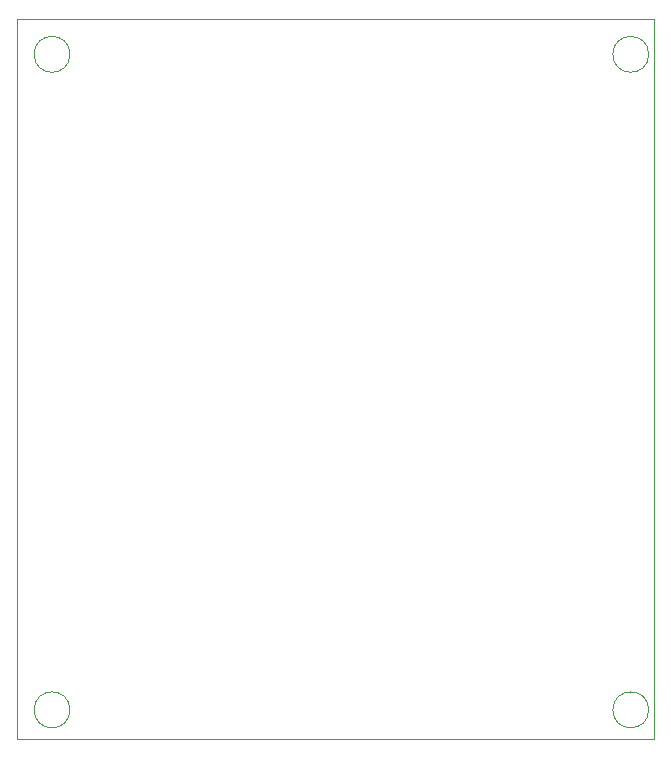
<source format=gbr>
%TF.GenerationSoftware,KiCad,Pcbnew,7.0.2*%
%TF.CreationDate,2023-05-10T18:03:48-05:00*%
%TF.ProjectId,Carro,43617272-6f2e-46b6-9963-61645f706362,rev?*%
%TF.SameCoordinates,Original*%
%TF.FileFunction,Profile,NP*%
%FSLAX46Y46*%
G04 Gerber Fmt 4.6, Leading zero omitted, Abs format (unit mm)*
G04 Created by KiCad (PCBNEW 7.0.2) date 2023-05-10 18:03:48*
%MOMM*%
%LPD*%
G01*
G04 APERTURE LIST*
%TA.AperFunction,Profile*%
%ADD10C,0.100000*%
%TD*%
G04 APERTURE END LIST*
D10*
X122520000Y-109500000D02*
G75*
G03*
X122520000Y-109500000I-1520000J0D01*
G01*
X118000000Y-51000000D02*
X172000000Y-51000000D01*
X172000000Y-112000000D01*
X118000000Y-112000000D01*
X118000000Y-51000000D01*
X171520000Y-54000000D02*
G75*
G03*
X171520000Y-54000000I-1520000J0D01*
G01*
X122520000Y-54000000D02*
G75*
G03*
X122520000Y-54000000I-1520000J0D01*
G01*
X171520000Y-109500000D02*
G75*
G03*
X171520000Y-109500000I-1520000J0D01*
G01*
M02*

</source>
